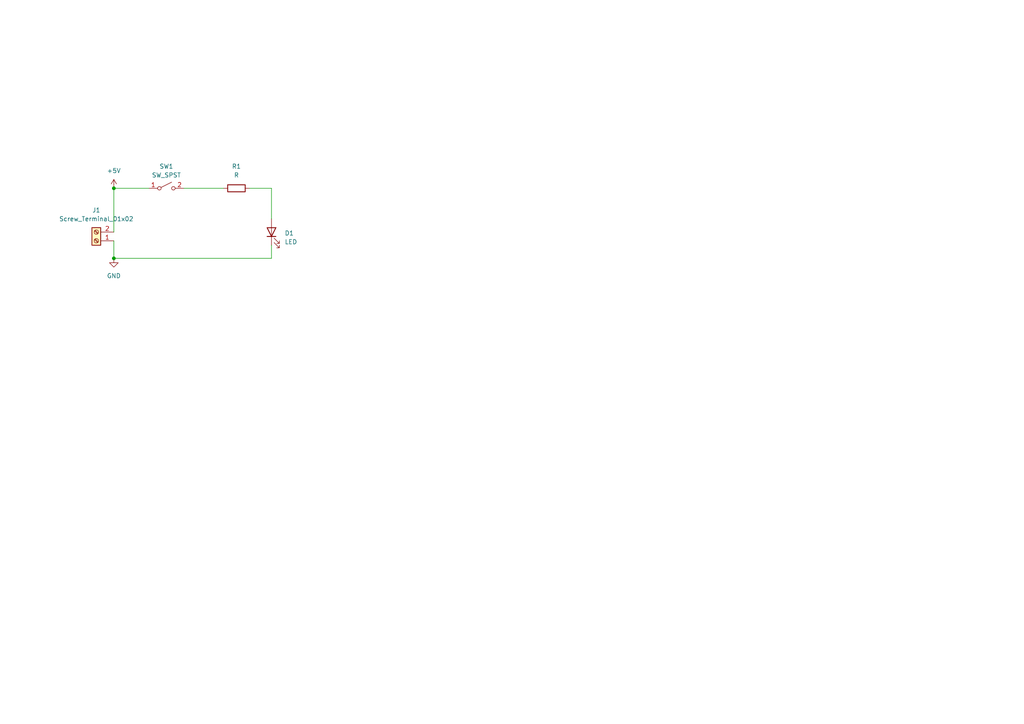
<source format=kicad_sch>
(kicad_sch (version 20250114) (generator "eeschema") (generator_version "9.0")
  (paper "A4")
  (lib_symbols
    (symbol "Connector:Screw_Terminal_01x02" (pin_names (offset 1.016) (hide yes))
      (property "Reference" "J" (at 0 2.54 0))
      (property "Value" "Screw_Terminal_01x02" (at 0 -5.08 0))
      (symbol "Screw_Terminal_01x02_1_1"
        (rectangle (start -1.27 1.27) (end 1.27 -3.81) (stroke (width 0.254)) (fill (type background)))
        (polyline (pts (xy -0.5334 0.3302) (xy 0.3302 -0.508)) (stroke (width 0.1524)))
        (polyline (pts (xy -0.5334 -2.2098) (xy 0.3302 -3.048)) (stroke (width 0.1524)))
        (polyline (pts (xy -0.3556 0.508) (xy 0.508 -0.3302)) (stroke (width 0.1524)))
        (polyline (pts (xy -0.3556 -2.032) (xy 0.508 -2.8702)) (stroke (width 0.1524)))
        (circle (center 0 0) (radius 0.635) (stroke (width 0.1524)))
        (circle (center 0 -2.54) (radius 0.635) (stroke (width 0.1524)))
        (pin passive line (at -5.08 0 0) (length 3.81) (name "Pin_1") (number "1"))
        (pin passive line (at -5.08 -2.54 0) (length 3.81) (name "Pin_2") (number "2"))
      )
    )
    (symbol "Device:LED" (pin_numbers (hide yes)) (pin_names (offset 1.016) (hide yes))
      (property "Reference" "D" (at 0 2.54 0))
      (property "Value" "LED" (at 0 -2.54 0))
      (symbol "LED_0_1"
        (polyline (pts (xy -3.048 -0.762) (xy -4.572 -2.286) (xy -3.81 -2.286) (xy -4.572 -2.286) (xy -4.572 -1.524)))
        (polyline (pts (xy -1.778 -0.762) (xy -3.302 -2.286) (xy -2.54 -2.286) (xy -3.302 -2.286) (xy -3.302 -1.524)))
        (polyline (pts (xy -1.27 0) (xy 1.27 0)))
        (polyline (pts (xy -1.27 -1.27) (xy -1.27 1.27)) (stroke (width 0.254)))
        (polyline (pts (xy 1.27 -1.27) (xy 1.27 1.27) (xy -1.27 0) (xy 1.27 -1.27)) (stroke (width 0.254)))
      )
      (symbol "LED_1_1"
        (pin passive line (at -3.81 0 0) (length 2.54) (name "K") (number "1"))
        (pin passive line (at 3.81 0 180) (length 2.54) (name "A") (number "2"))
      )
    )
    (symbol "Device:R" (pin_numbers (hide yes)) (pin_names (offset 0))
      (property "Reference" "R" (at 2.032 0 90))
      (property "Value" "R" (at 0 0 90))
      (symbol "R_0_1"
        (rectangle (start -1.016 -2.54) (end 1.016 2.54) (stroke (width 0.254)))
      )
      (symbol "R_1_1"
        (pin passive line (at 0 3.81 270) (length 1.27) (name "~") (number "1"))
        (pin passive line (at 0 -3.81 90) (length 1.27) (name "~") (number "2"))
      )
    )
    (symbol "Switch:SW_SPST" (pin_names (offset 0) (hide yes))
      (property "Reference" "SW" (at 0 3.175 0))
      (property "Value" "SW_SPST" (at 0 -2.54 0))
      (symbol "SW_SPST_0_0"
        (circle (center -2.032 0) (radius 0.508))
        (polyline (pts (xy -1.524 0.254) (xy 1.524 1.778)))
        (circle (center 2.032 0) (radius 0.508))
      )
      (symbol "SW_SPST_1_1"
        (pin passive line (at -5.08 0 0) (length 2.54) (name "A") (number "1"))
        (pin passive line (at 5.08 0 180) (length 2.54) (name "B") (number "2"))
      )
    )
    (symbol "power:+5V" (power) (pin_numbers (hide yes)) (pin_names (offset 0) (hide yes))
      (property "Value" "+5V" (at 0 3.556 0))
      (symbol "+5V_0_1"
        (polyline (pts (xy -0.762 1.27) (xy 0 2.54)))
        (polyline (pts (xy 0 2.54) (xy 0.762 1.27)))
        (polyline (pts (xy 0 0) (xy 0 2.54)))
      )
      (symbol "+5V_1_1"
        (pin power_in line (at 0 0 90) (length 0) (name "~") (number "1"))
      )
    )
    (symbol "power:GND" (power) (pin_numbers (hide yes)) (pin_names (offset 0) (hide yes))
      (property "Value" "GND" (at 0 -3.81 0))
      (symbol "GND_0_1"
        (polyline (pts (xy 0 0) (xy 0 -1.27) (xy 1.27 -1.27) (xy 0 -2.54) (xy -1.27 -1.27) (xy 0 -1.27)))
      )
      (symbol "GND_1_1"
        (pin power_in line (at 0 0 270) (length 0) (name "~") (number "1"))
      )
    )
  )
  (junction (at 33.02 54.61))
  (junction (at 33.02 74.93))
  (wire (pts (xy 78.74 54.61) (xy 78.74 63.5)))
  (wire (pts (xy 72.39 54.61) (xy 78.74 54.61)))
  (wire (pts (xy 78.74 74.93) (xy 33.02 74.93)))
  (wire (pts (xy 33.02 54.61) (xy 33.02 67.31)))
  (wire (pts (xy 78.74 71.12) (xy 78.74 74.93)))
  (wire (pts (xy 53.34 54.61) (xy 64.77 54.61)))
  (wire (pts (xy 33.02 54.61) (xy 43.18 54.61)))
  (wire (pts (xy 33.02 69.85) (xy 33.02 74.93)))
  (symbol (lib_id "power:GND") (at 33.02 74.93 0) (unit 1)
    (property "Reference" "#PWR02" (effects (hide yes)))
    (property "Value" "GND" (at 33.02 80.01 0))
    (property "Description" "Power symbol creates a global label with name \"GND\" , ground" (effects (hide yes)))
  )
  (symbol (lib_id "Connector:Screw_Terminal_01x02") (at 27.94 69.85 180) (unit 1)
    (property "Reference" "J1" (at 27.94 60.96 0))
    (property "Value" "Screw_Terminal_01x02" (at 27.94 63.5 0))
    (property "Description" "Generic screw terminal, single row, 01x02, script generated (kicad-library-utils/schlib/autogen/connector/)" (effects (hide yes)))
  )
  (symbol (lib_id "power:+5V") (at 33.02 54.61 0) (unit 1)
    (property "Reference" "#PWR01" (effects (hide yes)))
    (property "Value" "+5V" (at 33.02 49.53 0))
    (property "Description" "Power symbol creates a global label with name \"+5V\"" (effects (hide yes)))
  )
  (symbol (lib_id "Device:R") (at 68.58 54.61 270) (unit 1)
    (property "Reference" "R1" (at 68.58 48.26 90))
    (property "Value" "R" (at 68.58 50.8 90))
    (property "Description" "Resistor" (effects (hide yes)))
  )
  (symbol (lib_id "Device:LED") (at 78.74 67.31 90) (unit 1)
    (property "Reference" "D1" (at 82.55 67.6274 90) (effects (justify right)))
    (property "Value" "LED" (at 82.55 70.1674 90) (effects (justify right)))
    (property "Description" "Light emitting diode" (effects (hide yes)))
    (property "Sim.Pins" "1=K 2=A" (effects (hide yes)))
  )
  (symbol (lib_id "Switch:SW_SPST") (at 48.26 54.61 0) (unit 1)
    (property "Reference" "SW1" (at 48.26 48.26 0))
    (property "Value" "SW_SPST" (at 48.26 50.8 0))
    (property "Description" "Single Pole Single Throw (SPST) switch" (effects (hide yes)))
  )
)
</source>
